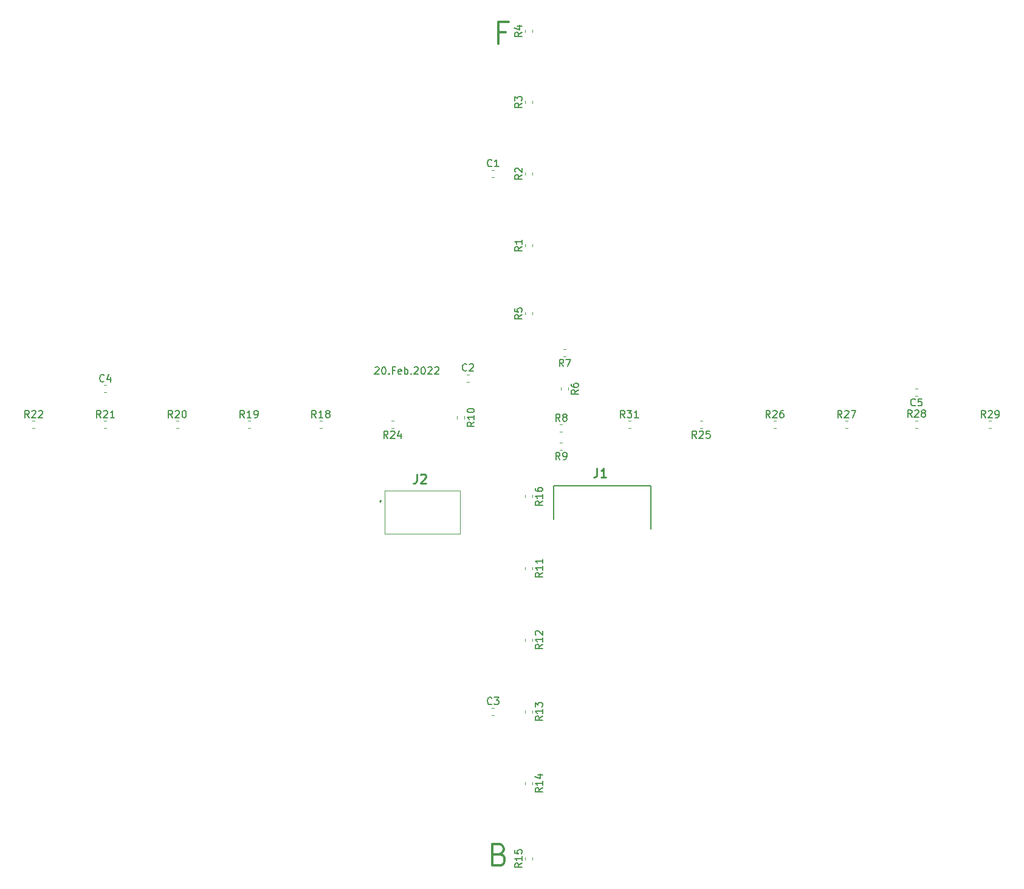
<source format=gto>
G04 #@! TF.GenerationSoftware,KiCad,Pcbnew,(6.0.1)*
G04 #@! TF.CreationDate,2022-02-25T16:08:36+09:00*
G04 #@! TF.ProjectId,line_senser20220225,6c696e65-5f73-4656-9e73-657232303232,rev?*
G04 #@! TF.SameCoordinates,PX17d7840PYb06e040*
G04 #@! TF.FileFunction,Legend,Top*
G04 #@! TF.FilePolarity,Positive*
%FSLAX46Y46*%
G04 Gerber Fmt 4.6, Leading zero omitted, Abs format (unit mm)*
G04 Created by KiCad (PCBNEW (6.0.1)) date 2022-02-25 16:08:36*
%MOMM*%
%LPD*%
G01*
G04 APERTURE LIST*
%ADD10C,0.300000*%
%ADD11C,0.150000*%
%ADD12C,0.254000*%
%ADD13C,0.120000*%
%ADD14C,0.200000*%
%ADD15C,0.100000*%
G04 APERTURE END LIST*
D10*
X79228571Y127214286D02*
X78228571Y127214286D01*
X78228571Y125642858D02*
X78228571Y128642858D01*
X79657142Y128642858D01*
X78414285Y12614286D02*
X78842857Y12471429D01*
X78985714Y12328572D01*
X79128571Y12042858D01*
X79128571Y11614286D01*
X78985714Y11328572D01*
X78842857Y11185715D01*
X78557142Y11042858D01*
X77414285Y11042858D01*
X77414285Y14042858D01*
X78414285Y14042858D01*
X78700000Y13900000D01*
X78842857Y13757143D01*
X78985714Y13471429D01*
X78985714Y13185715D01*
X78842857Y12900000D01*
X78700000Y12757143D01*
X78414285Y12614286D01*
X77414285Y12614286D01*
D11*
X61047619Y80452381D02*
X61095238Y80500000D01*
X61190476Y80547620D01*
X61428571Y80547620D01*
X61523809Y80500000D01*
X61571428Y80452381D01*
X61619047Y80357143D01*
X61619047Y80261905D01*
X61571428Y80119048D01*
X61000000Y79547620D01*
X61619047Y79547620D01*
X62238095Y80547620D02*
X62333333Y80547620D01*
X62428571Y80500000D01*
X62476190Y80452381D01*
X62523809Y80357143D01*
X62571428Y80166667D01*
X62571428Y79928572D01*
X62523809Y79738096D01*
X62476190Y79642858D01*
X62428571Y79595239D01*
X62333333Y79547620D01*
X62238095Y79547620D01*
X62142857Y79595239D01*
X62095238Y79642858D01*
X62047619Y79738096D01*
X62000000Y79928572D01*
X62000000Y80166667D01*
X62047619Y80357143D01*
X62095238Y80452381D01*
X62142857Y80500000D01*
X62238095Y80547620D01*
X63000000Y79642858D02*
X63047619Y79595239D01*
X63000000Y79547620D01*
X62952380Y79595239D01*
X63000000Y79642858D01*
X63000000Y79547620D01*
X63809523Y80071429D02*
X63476190Y80071429D01*
X63476190Y79547620D02*
X63476190Y80547620D01*
X63952380Y80547620D01*
X64714285Y79595239D02*
X64619047Y79547620D01*
X64428571Y79547620D01*
X64333333Y79595239D01*
X64285714Y79690477D01*
X64285714Y80071429D01*
X64333333Y80166667D01*
X64428571Y80214286D01*
X64619047Y80214286D01*
X64714285Y80166667D01*
X64761904Y80071429D01*
X64761904Y79976191D01*
X64285714Y79880953D01*
X65190476Y79547620D02*
X65190476Y80547620D01*
X65190476Y80166667D02*
X65285714Y80214286D01*
X65476190Y80214286D01*
X65571428Y80166667D01*
X65619047Y80119048D01*
X65666666Y80023810D01*
X65666666Y79738096D01*
X65619047Y79642858D01*
X65571428Y79595239D01*
X65476190Y79547620D01*
X65285714Y79547620D01*
X65190476Y79595239D01*
X66095238Y79642858D02*
X66142857Y79595239D01*
X66095238Y79547620D01*
X66047619Y79595239D01*
X66095238Y79642858D01*
X66095238Y79547620D01*
X66523809Y80452381D02*
X66571428Y80500000D01*
X66666666Y80547620D01*
X66904761Y80547620D01*
X67000000Y80500000D01*
X67047619Y80452381D01*
X67095238Y80357143D01*
X67095238Y80261905D01*
X67047619Y80119048D01*
X66476190Y79547620D01*
X67095238Y79547620D01*
X67714285Y80547620D02*
X67809523Y80547620D01*
X67904761Y80500000D01*
X67952380Y80452381D01*
X68000000Y80357143D01*
X68047619Y80166667D01*
X68047619Y79928572D01*
X68000000Y79738096D01*
X67952380Y79642858D01*
X67904761Y79595239D01*
X67809523Y79547620D01*
X67714285Y79547620D01*
X67619047Y79595239D01*
X67571428Y79642858D01*
X67523809Y79738096D01*
X67476190Y79928572D01*
X67476190Y80166667D01*
X67523809Y80357143D01*
X67571428Y80452381D01*
X67619047Y80500000D01*
X67714285Y80547620D01*
X68428571Y80452381D02*
X68476190Y80500000D01*
X68571428Y80547620D01*
X68809523Y80547620D01*
X68904761Y80500000D01*
X68952380Y80452381D01*
X69000000Y80357143D01*
X69000000Y80261905D01*
X68952380Y80119048D01*
X68380952Y79547620D01*
X69000000Y79547620D01*
X69380952Y80452381D02*
X69428571Y80500000D01*
X69523809Y80547620D01*
X69761904Y80547620D01*
X69857142Y80500000D01*
X69904761Y80452381D01*
X69952380Y80357143D01*
X69952380Y80261905D01*
X69904761Y80119048D01*
X69333333Y79547620D01*
X69952380Y79547620D01*
X73833333Y80072858D02*
X73785714Y80025239D01*
X73642857Y79977620D01*
X73547619Y79977620D01*
X73404761Y80025239D01*
X73309523Y80120477D01*
X73261904Y80215715D01*
X73214285Y80406191D01*
X73214285Y80549048D01*
X73261904Y80739524D01*
X73309523Y80834762D01*
X73404761Y80930000D01*
X73547619Y80977620D01*
X73642857Y80977620D01*
X73785714Y80930000D01*
X73833333Y80882381D01*
X74214285Y80882381D02*
X74261904Y80930000D01*
X74357142Y80977620D01*
X74595238Y80977620D01*
X74690476Y80930000D01*
X74738095Y80882381D01*
X74785714Y80787143D01*
X74785714Y80691905D01*
X74738095Y80549048D01*
X74166666Y79977620D01*
X74785714Y79977620D01*
X77333333Y108572858D02*
X77285714Y108525239D01*
X77142857Y108477620D01*
X77047619Y108477620D01*
X76904761Y108525239D01*
X76809523Y108620477D01*
X76761904Y108715715D01*
X76714285Y108906191D01*
X76714285Y109049048D01*
X76761904Y109239524D01*
X76809523Y109334762D01*
X76904761Y109430000D01*
X77047619Y109477620D01*
X77142857Y109477620D01*
X77285714Y109430000D01*
X77333333Y109382381D01*
X78285714Y108477620D02*
X77714285Y108477620D01*
X78000000Y108477620D02*
X78000000Y109477620D01*
X77904761Y109334762D01*
X77809523Y109239524D01*
X77714285Y109191905D01*
X77333333Y33572858D02*
X77285714Y33525239D01*
X77142857Y33477620D01*
X77047619Y33477620D01*
X76904761Y33525239D01*
X76809523Y33620477D01*
X76761904Y33715715D01*
X76714285Y33906191D01*
X76714285Y34049048D01*
X76761904Y34239524D01*
X76809523Y34334762D01*
X76904761Y34430000D01*
X77047619Y34477620D01*
X77142857Y34477620D01*
X77285714Y34430000D01*
X77333333Y34382381D01*
X77666666Y34477620D02*
X78285714Y34477620D01*
X77952380Y34096667D01*
X78095238Y34096667D01*
X78190476Y34049048D01*
X78238095Y34001429D01*
X78285714Y33906191D01*
X78285714Y33668096D01*
X78238095Y33572858D01*
X78190476Y33525239D01*
X78095238Y33477620D01*
X77809523Y33477620D01*
X77714285Y33525239D01*
X77666666Y33572858D01*
X23333333Y78572858D02*
X23285714Y78525239D01*
X23142857Y78477620D01*
X23047619Y78477620D01*
X22904761Y78525239D01*
X22809523Y78620477D01*
X22761904Y78715715D01*
X22714285Y78906191D01*
X22714285Y79049048D01*
X22761904Y79239524D01*
X22809523Y79334762D01*
X22904761Y79430000D01*
X23047619Y79477620D01*
X23142857Y79477620D01*
X23285714Y79430000D01*
X23333333Y79382381D01*
X24190476Y79144286D02*
X24190476Y78477620D01*
X23952380Y79525239D02*
X23714285Y78810953D01*
X24333333Y78810953D01*
X136333333Y75212858D02*
X136285714Y75165239D01*
X136142857Y75117620D01*
X136047619Y75117620D01*
X135904761Y75165239D01*
X135809523Y75260477D01*
X135761904Y75355715D01*
X135714285Y75546191D01*
X135714285Y75689048D01*
X135761904Y75879524D01*
X135809523Y75974762D01*
X135904761Y76070000D01*
X136047619Y76117620D01*
X136142857Y76117620D01*
X136285714Y76070000D01*
X136333333Y76022381D01*
X137238095Y76117620D02*
X136761904Y76117620D01*
X136714285Y75641429D01*
X136761904Y75689048D01*
X136857142Y75736667D01*
X137095238Y75736667D01*
X137190476Y75689048D01*
X137238095Y75641429D01*
X137285714Y75546191D01*
X137285714Y75308096D01*
X137238095Y75212858D01*
X137190476Y75165239D01*
X137095238Y75117620D01*
X136857142Y75117620D01*
X136761904Y75165239D01*
X136714285Y75212858D01*
D12*
X91986413Y66419438D02*
X91986413Y65512295D01*
X91925937Y65330866D01*
X91804985Y65209914D01*
X91623556Y65149438D01*
X91502604Y65149438D01*
X93256413Y65149438D02*
X92530699Y65149438D01*
X92893556Y65149438D02*
X92893556Y66419438D01*
X92772604Y66238009D01*
X92651651Y66117057D01*
X92530699Y66056581D01*
X66886666Y65620477D02*
X66886666Y64713334D01*
X66826190Y64531905D01*
X66705238Y64410953D01*
X66523809Y64350477D01*
X66402857Y64350477D01*
X67430952Y65499524D02*
X67491428Y65560000D01*
X67612380Y65620477D01*
X67914761Y65620477D01*
X68035714Y65560000D01*
X68096190Y65499524D01*
X68156666Y65378572D01*
X68156666Y65257620D01*
X68096190Y65076191D01*
X67370476Y64350477D01*
X68156666Y64350477D01*
D11*
X89382380Y77333334D02*
X88906190Y77000000D01*
X89382380Y76761905D02*
X88382380Y76761905D01*
X88382380Y77142858D01*
X88430000Y77238096D01*
X88477619Y77285715D01*
X88572857Y77333334D01*
X88715714Y77333334D01*
X88810952Y77285715D01*
X88858571Y77238096D01*
X88906190Y77142858D01*
X88906190Y76761905D01*
X88382380Y78190477D02*
X88382380Y78000000D01*
X88430000Y77904762D01*
X88477619Y77857143D01*
X88620476Y77761905D01*
X88810952Y77714286D01*
X89191904Y77714286D01*
X89287142Y77761905D01*
X89334761Y77809524D01*
X89382380Y77904762D01*
X89382380Y78095239D01*
X89334761Y78190477D01*
X89287142Y78238096D01*
X89191904Y78285715D01*
X88953809Y78285715D01*
X88858571Y78238096D01*
X88810952Y78190477D01*
X88763333Y78095239D01*
X88763333Y77904762D01*
X88810952Y77809524D01*
X88858571Y77761905D01*
X88953809Y77714286D01*
X87333333Y80617620D02*
X87000000Y81093810D01*
X86761904Y80617620D02*
X86761904Y81617620D01*
X87142857Y81617620D01*
X87238095Y81570000D01*
X87285714Y81522381D01*
X87333333Y81427143D01*
X87333333Y81284286D01*
X87285714Y81189048D01*
X87238095Y81141429D01*
X87142857Y81093810D01*
X86761904Y81093810D01*
X87666666Y81617620D02*
X88333333Y81617620D01*
X87904761Y80617620D01*
X81522380Y127208334D02*
X81046190Y126875000D01*
X81522380Y126636905D02*
X80522380Y126636905D01*
X80522380Y127017858D01*
X80570000Y127113096D01*
X80617619Y127160715D01*
X80712857Y127208334D01*
X80855714Y127208334D01*
X80950952Y127160715D01*
X80998571Y127113096D01*
X81046190Y127017858D01*
X81046190Y126636905D01*
X80855714Y128065477D02*
X81522380Y128065477D01*
X80474761Y127827381D02*
X81189047Y127589286D01*
X81189047Y128208334D01*
X86833333Y72977620D02*
X86500000Y73453810D01*
X86261904Y72977620D02*
X86261904Y73977620D01*
X86642857Y73977620D01*
X86738095Y73930000D01*
X86785714Y73882381D01*
X86833333Y73787143D01*
X86833333Y73644286D01*
X86785714Y73549048D01*
X86738095Y73501429D01*
X86642857Y73453810D01*
X86261904Y73453810D01*
X87404761Y73549048D02*
X87309523Y73596667D01*
X87261904Y73644286D01*
X87214285Y73739524D01*
X87214285Y73787143D01*
X87261904Y73882381D01*
X87309523Y73930000D01*
X87404761Y73977620D01*
X87595238Y73977620D01*
X87690476Y73930000D01*
X87738095Y73882381D01*
X87785714Y73787143D01*
X87785714Y73739524D01*
X87738095Y73644286D01*
X87690476Y73596667D01*
X87595238Y73549048D01*
X87404761Y73549048D01*
X87309523Y73501429D01*
X87261904Y73453810D01*
X87214285Y73358572D01*
X87214285Y73168096D01*
X87261904Y73072858D01*
X87309523Y73025239D01*
X87404761Y72977620D01*
X87595238Y72977620D01*
X87690476Y73025239D01*
X87738095Y73072858D01*
X87785714Y73168096D01*
X87785714Y73358572D01*
X87738095Y73453810D01*
X87690476Y73501429D01*
X87595238Y73549048D01*
X95857142Y73477620D02*
X95523809Y73953810D01*
X95285714Y73477620D02*
X95285714Y74477620D01*
X95666666Y74477620D01*
X95761904Y74430000D01*
X95809523Y74382381D01*
X95857142Y74287143D01*
X95857142Y74144286D01*
X95809523Y74049048D01*
X95761904Y74001429D01*
X95666666Y73953810D01*
X95285714Y73953810D01*
X96190476Y74477620D02*
X96809523Y74477620D01*
X96476190Y74096667D01*
X96619047Y74096667D01*
X96714285Y74049048D01*
X96761904Y74001429D01*
X96809523Y73906191D01*
X96809523Y73668096D01*
X96761904Y73572858D01*
X96714285Y73525239D01*
X96619047Y73477620D01*
X96333333Y73477620D01*
X96238095Y73525239D01*
X96190476Y73572858D01*
X97761904Y73477620D02*
X97190476Y73477620D01*
X97476190Y73477620D02*
X97476190Y74477620D01*
X97380952Y74334762D01*
X97285714Y74239524D01*
X97190476Y74191905D01*
X86833333Y67617620D02*
X86500000Y68093810D01*
X86261904Y67617620D02*
X86261904Y68617620D01*
X86642857Y68617620D01*
X86738095Y68570000D01*
X86785714Y68522381D01*
X86833333Y68427143D01*
X86833333Y68284286D01*
X86785714Y68189048D01*
X86738095Y68141429D01*
X86642857Y68093810D01*
X86261904Y68093810D01*
X87309523Y67617620D02*
X87500000Y67617620D01*
X87595238Y67665239D01*
X87642857Y67712858D01*
X87738095Y67855715D01*
X87785714Y68046191D01*
X87785714Y68427143D01*
X87738095Y68522381D01*
X87690476Y68570000D01*
X87595238Y68617620D01*
X87404761Y68617620D01*
X87309523Y68570000D01*
X87261904Y68522381D01*
X87214285Y68427143D01*
X87214285Y68189048D01*
X87261904Y68093810D01*
X87309523Y68046191D01*
X87404761Y67998572D01*
X87595238Y67998572D01*
X87690476Y68046191D01*
X87738095Y68093810D01*
X87785714Y68189048D01*
X84382380Y61857143D02*
X83906190Y61523810D01*
X84382380Y61285715D02*
X83382380Y61285715D01*
X83382380Y61666667D01*
X83430000Y61761905D01*
X83477619Y61809524D01*
X83572857Y61857143D01*
X83715714Y61857143D01*
X83810952Y61809524D01*
X83858571Y61761905D01*
X83906190Y61666667D01*
X83906190Y61285715D01*
X84382380Y62809524D02*
X84382380Y62238096D01*
X84382380Y62523810D02*
X83382380Y62523810D01*
X83525238Y62428572D01*
X83620476Y62333334D01*
X83668095Y62238096D01*
X83382380Y63666667D02*
X83382380Y63476191D01*
X83430000Y63380953D01*
X83477619Y63333334D01*
X83620476Y63238096D01*
X83810952Y63190477D01*
X84191904Y63190477D01*
X84287142Y63238096D01*
X84334761Y63285715D01*
X84382380Y63380953D01*
X84382380Y63571429D01*
X84334761Y63666667D01*
X84287142Y63714286D01*
X84191904Y63761905D01*
X83953809Y63761905D01*
X83858571Y63714286D01*
X83810952Y63666667D01*
X83763333Y63571429D01*
X83763333Y63380953D01*
X83810952Y63285715D01*
X83858571Y63238096D01*
X83953809Y63190477D01*
X74882380Y72857143D02*
X74406190Y72523810D01*
X74882380Y72285715D02*
X73882380Y72285715D01*
X73882380Y72666667D01*
X73930000Y72761905D01*
X73977619Y72809524D01*
X74072857Y72857143D01*
X74215714Y72857143D01*
X74310952Y72809524D01*
X74358571Y72761905D01*
X74406190Y72666667D01*
X74406190Y72285715D01*
X74882380Y73809524D02*
X74882380Y73238096D01*
X74882380Y73523810D02*
X73882380Y73523810D01*
X74025238Y73428572D01*
X74120476Y73333334D01*
X74168095Y73238096D01*
X73882380Y74428572D02*
X73882380Y74523810D01*
X73930000Y74619048D01*
X73977619Y74666667D01*
X74072857Y74714286D01*
X74263333Y74761905D01*
X74501428Y74761905D01*
X74691904Y74714286D01*
X74787142Y74666667D01*
X74834761Y74619048D01*
X74882380Y74523810D01*
X74882380Y74428572D01*
X74834761Y74333334D01*
X74787142Y74285715D01*
X74691904Y74238096D01*
X74501428Y74190477D01*
X74263333Y74190477D01*
X74072857Y74238096D01*
X73977619Y74285715D01*
X73930000Y74333334D01*
X73882380Y74428572D01*
X62857142Y70617620D02*
X62523809Y71093810D01*
X62285714Y70617620D02*
X62285714Y71617620D01*
X62666666Y71617620D01*
X62761904Y71570000D01*
X62809523Y71522381D01*
X62857142Y71427143D01*
X62857142Y71284286D01*
X62809523Y71189048D01*
X62761904Y71141429D01*
X62666666Y71093810D01*
X62285714Y71093810D01*
X63238095Y71522381D02*
X63285714Y71570000D01*
X63380952Y71617620D01*
X63619047Y71617620D01*
X63714285Y71570000D01*
X63761904Y71522381D01*
X63809523Y71427143D01*
X63809523Y71331905D01*
X63761904Y71189048D01*
X63190476Y70617620D01*
X63809523Y70617620D01*
X64666666Y71284286D02*
X64666666Y70617620D01*
X64428571Y71665239D02*
X64190476Y70950953D01*
X64809523Y70950953D01*
X81522380Y97333334D02*
X81046190Y97000000D01*
X81522380Y96761905D02*
X80522380Y96761905D01*
X80522380Y97142858D01*
X80570000Y97238096D01*
X80617619Y97285715D01*
X80712857Y97333334D01*
X80855714Y97333334D01*
X80950952Y97285715D01*
X80998571Y97238096D01*
X81046190Y97142858D01*
X81046190Y96761905D01*
X81522380Y98285715D02*
X81522380Y97714286D01*
X81522380Y98000000D02*
X80522380Y98000000D01*
X80665238Y97904762D01*
X80760476Y97809524D01*
X80808095Y97714286D01*
X81522380Y107333334D02*
X81046190Y107000000D01*
X81522380Y106761905D02*
X80522380Y106761905D01*
X80522380Y107142858D01*
X80570000Y107238096D01*
X80617619Y107285715D01*
X80712857Y107333334D01*
X80855714Y107333334D01*
X80950952Y107285715D01*
X80998571Y107238096D01*
X81046190Y107142858D01*
X81046190Y106761905D01*
X80617619Y107714286D02*
X80570000Y107761905D01*
X80522380Y107857143D01*
X80522380Y108095239D01*
X80570000Y108190477D01*
X80617619Y108238096D01*
X80712857Y108285715D01*
X80808095Y108285715D01*
X80950952Y108238096D01*
X81522380Y107666667D01*
X81522380Y108285715D01*
X81522380Y117333334D02*
X81046190Y117000000D01*
X81522380Y116761905D02*
X80522380Y116761905D01*
X80522380Y117142858D01*
X80570000Y117238096D01*
X80617619Y117285715D01*
X80712857Y117333334D01*
X80855714Y117333334D01*
X80950952Y117285715D01*
X80998571Y117238096D01*
X81046190Y117142858D01*
X81046190Y116761905D01*
X80522380Y117666667D02*
X80522380Y118285715D01*
X80903333Y117952381D01*
X80903333Y118095239D01*
X80950952Y118190477D01*
X80998571Y118238096D01*
X81093809Y118285715D01*
X81331904Y118285715D01*
X81427142Y118238096D01*
X81474761Y118190477D01*
X81522380Y118095239D01*
X81522380Y117809524D01*
X81474761Y117714286D01*
X81427142Y117666667D01*
X84382380Y51857143D02*
X83906190Y51523810D01*
X84382380Y51285715D02*
X83382380Y51285715D01*
X83382380Y51666667D01*
X83430000Y51761905D01*
X83477619Y51809524D01*
X83572857Y51857143D01*
X83715714Y51857143D01*
X83810952Y51809524D01*
X83858571Y51761905D01*
X83906190Y51666667D01*
X83906190Y51285715D01*
X84382380Y52809524D02*
X84382380Y52238096D01*
X84382380Y52523810D02*
X83382380Y52523810D01*
X83525238Y52428572D01*
X83620476Y52333334D01*
X83668095Y52238096D01*
X84382380Y53761905D02*
X84382380Y53190477D01*
X84382380Y53476191D02*
X83382380Y53476191D01*
X83525238Y53380953D01*
X83620476Y53285715D01*
X83668095Y53190477D01*
X84382380Y41857143D02*
X83906190Y41523810D01*
X84382380Y41285715D02*
X83382380Y41285715D01*
X83382380Y41666667D01*
X83430000Y41761905D01*
X83477619Y41809524D01*
X83572857Y41857143D01*
X83715714Y41857143D01*
X83810952Y41809524D01*
X83858571Y41761905D01*
X83906190Y41666667D01*
X83906190Y41285715D01*
X84382380Y42809524D02*
X84382380Y42238096D01*
X84382380Y42523810D02*
X83382380Y42523810D01*
X83525238Y42428572D01*
X83620476Y42333334D01*
X83668095Y42238096D01*
X83477619Y43190477D02*
X83430000Y43238096D01*
X83382380Y43333334D01*
X83382380Y43571429D01*
X83430000Y43666667D01*
X83477619Y43714286D01*
X83572857Y43761905D01*
X83668095Y43761905D01*
X83810952Y43714286D01*
X84382380Y43142858D01*
X84382380Y43761905D01*
X84382380Y31857143D02*
X83906190Y31523810D01*
X84382380Y31285715D02*
X83382380Y31285715D01*
X83382380Y31666667D01*
X83430000Y31761905D01*
X83477619Y31809524D01*
X83572857Y31857143D01*
X83715714Y31857143D01*
X83810952Y31809524D01*
X83858571Y31761905D01*
X83906190Y31666667D01*
X83906190Y31285715D01*
X84382380Y32809524D02*
X84382380Y32238096D01*
X84382380Y32523810D02*
X83382380Y32523810D01*
X83525238Y32428572D01*
X83620476Y32333334D01*
X83668095Y32238096D01*
X83382380Y33142858D02*
X83382380Y33761905D01*
X83763333Y33428572D01*
X83763333Y33571429D01*
X83810952Y33666667D01*
X83858571Y33714286D01*
X83953809Y33761905D01*
X84191904Y33761905D01*
X84287142Y33714286D01*
X84334761Y33666667D01*
X84382380Y33571429D01*
X84382380Y33285715D01*
X84334761Y33190477D01*
X84287142Y33142858D01*
X84382380Y21857143D02*
X83906190Y21523810D01*
X84382380Y21285715D02*
X83382380Y21285715D01*
X83382380Y21666667D01*
X83430000Y21761905D01*
X83477619Y21809524D01*
X83572857Y21857143D01*
X83715714Y21857143D01*
X83810952Y21809524D01*
X83858571Y21761905D01*
X83906190Y21666667D01*
X83906190Y21285715D01*
X84382380Y22809524D02*
X84382380Y22238096D01*
X84382380Y22523810D02*
X83382380Y22523810D01*
X83525238Y22428572D01*
X83620476Y22333334D01*
X83668095Y22238096D01*
X83715714Y23666667D02*
X84382380Y23666667D01*
X83334761Y23428572D02*
X84049047Y23190477D01*
X84049047Y23809524D01*
X81522380Y11357143D02*
X81046190Y11023810D01*
X81522380Y10785715D02*
X80522380Y10785715D01*
X80522380Y11166667D01*
X80570000Y11261905D01*
X80617619Y11309524D01*
X80712857Y11357143D01*
X80855714Y11357143D01*
X80950952Y11309524D01*
X80998571Y11261905D01*
X81046190Y11166667D01*
X81046190Y10785715D01*
X81522380Y12309524D02*
X81522380Y11738096D01*
X81522380Y12023810D02*
X80522380Y12023810D01*
X80665238Y11928572D01*
X80760476Y11833334D01*
X80808095Y11738096D01*
X80522380Y13214286D02*
X80522380Y12738096D01*
X80998571Y12690477D01*
X80950952Y12738096D01*
X80903333Y12833334D01*
X80903333Y13071429D01*
X80950952Y13166667D01*
X80998571Y13214286D01*
X81093809Y13261905D01*
X81331904Y13261905D01*
X81427142Y13214286D01*
X81474761Y13166667D01*
X81522380Y13071429D01*
X81522380Y12833334D01*
X81474761Y12738096D01*
X81427142Y12690477D01*
X52857142Y73477620D02*
X52523809Y73953810D01*
X52285714Y73477620D02*
X52285714Y74477620D01*
X52666666Y74477620D01*
X52761904Y74430000D01*
X52809523Y74382381D01*
X52857142Y74287143D01*
X52857142Y74144286D01*
X52809523Y74049048D01*
X52761904Y74001429D01*
X52666666Y73953810D01*
X52285714Y73953810D01*
X53809523Y73477620D02*
X53238095Y73477620D01*
X53523809Y73477620D02*
X53523809Y74477620D01*
X53428571Y74334762D01*
X53333333Y74239524D01*
X53238095Y74191905D01*
X54380952Y74049048D02*
X54285714Y74096667D01*
X54238095Y74144286D01*
X54190476Y74239524D01*
X54190476Y74287143D01*
X54238095Y74382381D01*
X54285714Y74430000D01*
X54380952Y74477620D01*
X54571428Y74477620D01*
X54666666Y74430000D01*
X54714285Y74382381D01*
X54761904Y74287143D01*
X54761904Y74239524D01*
X54714285Y74144286D01*
X54666666Y74096667D01*
X54571428Y74049048D01*
X54380952Y74049048D01*
X54285714Y74001429D01*
X54238095Y73953810D01*
X54190476Y73858572D01*
X54190476Y73668096D01*
X54238095Y73572858D01*
X54285714Y73525239D01*
X54380952Y73477620D01*
X54571428Y73477620D01*
X54666666Y73525239D01*
X54714285Y73572858D01*
X54761904Y73668096D01*
X54761904Y73858572D01*
X54714285Y73953810D01*
X54666666Y74001429D01*
X54571428Y74049048D01*
X42857142Y73477620D02*
X42523809Y73953810D01*
X42285714Y73477620D02*
X42285714Y74477620D01*
X42666666Y74477620D01*
X42761904Y74430000D01*
X42809523Y74382381D01*
X42857142Y74287143D01*
X42857142Y74144286D01*
X42809523Y74049048D01*
X42761904Y74001429D01*
X42666666Y73953810D01*
X42285714Y73953810D01*
X43809523Y73477620D02*
X43238095Y73477620D01*
X43523809Y73477620D02*
X43523809Y74477620D01*
X43428571Y74334762D01*
X43333333Y74239524D01*
X43238095Y74191905D01*
X44285714Y73477620D02*
X44476190Y73477620D01*
X44571428Y73525239D01*
X44619047Y73572858D01*
X44714285Y73715715D01*
X44761904Y73906191D01*
X44761904Y74287143D01*
X44714285Y74382381D01*
X44666666Y74430000D01*
X44571428Y74477620D01*
X44380952Y74477620D01*
X44285714Y74430000D01*
X44238095Y74382381D01*
X44190476Y74287143D01*
X44190476Y74049048D01*
X44238095Y73953810D01*
X44285714Y73906191D01*
X44380952Y73858572D01*
X44571428Y73858572D01*
X44666666Y73906191D01*
X44714285Y73953810D01*
X44761904Y74049048D01*
X32857142Y73477620D02*
X32523809Y73953810D01*
X32285714Y73477620D02*
X32285714Y74477620D01*
X32666666Y74477620D01*
X32761904Y74430000D01*
X32809523Y74382381D01*
X32857142Y74287143D01*
X32857142Y74144286D01*
X32809523Y74049048D01*
X32761904Y74001429D01*
X32666666Y73953810D01*
X32285714Y73953810D01*
X33238095Y74382381D02*
X33285714Y74430000D01*
X33380952Y74477620D01*
X33619047Y74477620D01*
X33714285Y74430000D01*
X33761904Y74382381D01*
X33809523Y74287143D01*
X33809523Y74191905D01*
X33761904Y74049048D01*
X33190476Y73477620D01*
X33809523Y73477620D01*
X34428571Y74477620D02*
X34523809Y74477620D01*
X34619047Y74430000D01*
X34666666Y74382381D01*
X34714285Y74287143D01*
X34761904Y74096667D01*
X34761904Y73858572D01*
X34714285Y73668096D01*
X34666666Y73572858D01*
X34619047Y73525239D01*
X34523809Y73477620D01*
X34428571Y73477620D01*
X34333333Y73525239D01*
X34285714Y73572858D01*
X34238095Y73668096D01*
X34190476Y73858572D01*
X34190476Y74096667D01*
X34238095Y74287143D01*
X34285714Y74382381D01*
X34333333Y74430000D01*
X34428571Y74477620D01*
X22857142Y73477620D02*
X22523809Y73953810D01*
X22285714Y73477620D02*
X22285714Y74477620D01*
X22666666Y74477620D01*
X22761904Y74430000D01*
X22809523Y74382381D01*
X22857142Y74287143D01*
X22857142Y74144286D01*
X22809523Y74049048D01*
X22761904Y74001429D01*
X22666666Y73953810D01*
X22285714Y73953810D01*
X23238095Y74382381D02*
X23285714Y74430000D01*
X23380952Y74477620D01*
X23619047Y74477620D01*
X23714285Y74430000D01*
X23761904Y74382381D01*
X23809523Y74287143D01*
X23809523Y74191905D01*
X23761904Y74049048D01*
X23190476Y73477620D01*
X23809523Y73477620D01*
X24761904Y73477620D02*
X24190476Y73477620D01*
X24476190Y73477620D02*
X24476190Y74477620D01*
X24380952Y74334762D01*
X24285714Y74239524D01*
X24190476Y74191905D01*
X12857142Y73477620D02*
X12523809Y73953810D01*
X12285714Y73477620D02*
X12285714Y74477620D01*
X12666666Y74477620D01*
X12761904Y74430000D01*
X12809523Y74382381D01*
X12857142Y74287143D01*
X12857142Y74144286D01*
X12809523Y74049048D01*
X12761904Y74001429D01*
X12666666Y73953810D01*
X12285714Y73953810D01*
X13238095Y74382381D02*
X13285714Y74430000D01*
X13380952Y74477620D01*
X13619047Y74477620D01*
X13714285Y74430000D01*
X13761904Y74382381D01*
X13809523Y74287143D01*
X13809523Y74191905D01*
X13761904Y74049048D01*
X13190476Y73477620D01*
X13809523Y73477620D01*
X14190476Y74382381D02*
X14238095Y74430000D01*
X14333333Y74477620D01*
X14571428Y74477620D01*
X14666666Y74430000D01*
X14714285Y74382381D01*
X14761904Y74287143D01*
X14761904Y74191905D01*
X14714285Y74049048D01*
X14142857Y73477620D01*
X14761904Y73477620D01*
X105857142Y70617620D02*
X105523809Y71093810D01*
X105285714Y70617620D02*
X105285714Y71617620D01*
X105666666Y71617620D01*
X105761904Y71570000D01*
X105809523Y71522381D01*
X105857142Y71427143D01*
X105857142Y71284286D01*
X105809523Y71189048D01*
X105761904Y71141429D01*
X105666666Y71093810D01*
X105285714Y71093810D01*
X106238095Y71522381D02*
X106285714Y71570000D01*
X106380952Y71617620D01*
X106619047Y71617620D01*
X106714285Y71570000D01*
X106761904Y71522381D01*
X106809523Y71427143D01*
X106809523Y71331905D01*
X106761904Y71189048D01*
X106190476Y70617620D01*
X106809523Y70617620D01*
X107714285Y71617620D02*
X107238095Y71617620D01*
X107190476Y71141429D01*
X107238095Y71189048D01*
X107333333Y71236667D01*
X107571428Y71236667D01*
X107666666Y71189048D01*
X107714285Y71141429D01*
X107761904Y71046191D01*
X107761904Y70808096D01*
X107714285Y70712858D01*
X107666666Y70665239D01*
X107571428Y70617620D01*
X107333333Y70617620D01*
X107238095Y70665239D01*
X107190476Y70712858D01*
X116107142Y73477620D02*
X115773809Y73953810D01*
X115535714Y73477620D02*
X115535714Y74477620D01*
X115916666Y74477620D01*
X116011904Y74430000D01*
X116059523Y74382381D01*
X116107142Y74287143D01*
X116107142Y74144286D01*
X116059523Y74049048D01*
X116011904Y74001429D01*
X115916666Y73953810D01*
X115535714Y73953810D01*
X116488095Y74382381D02*
X116535714Y74430000D01*
X116630952Y74477620D01*
X116869047Y74477620D01*
X116964285Y74430000D01*
X117011904Y74382381D01*
X117059523Y74287143D01*
X117059523Y74191905D01*
X117011904Y74049048D01*
X116440476Y73477620D01*
X117059523Y73477620D01*
X117916666Y74477620D02*
X117726190Y74477620D01*
X117630952Y74430000D01*
X117583333Y74382381D01*
X117488095Y74239524D01*
X117440476Y74049048D01*
X117440476Y73668096D01*
X117488095Y73572858D01*
X117535714Y73525239D01*
X117630952Y73477620D01*
X117821428Y73477620D01*
X117916666Y73525239D01*
X117964285Y73572858D01*
X118011904Y73668096D01*
X118011904Y73906191D01*
X117964285Y74001429D01*
X117916666Y74049048D01*
X117821428Y74096667D01*
X117630952Y74096667D01*
X117535714Y74049048D01*
X117488095Y74001429D01*
X117440476Y73906191D01*
X126107142Y73477620D02*
X125773809Y73953810D01*
X125535714Y73477620D02*
X125535714Y74477620D01*
X125916666Y74477620D01*
X126011904Y74430000D01*
X126059523Y74382381D01*
X126107142Y74287143D01*
X126107142Y74144286D01*
X126059523Y74049048D01*
X126011904Y74001429D01*
X125916666Y73953810D01*
X125535714Y73953810D01*
X126488095Y74382381D02*
X126535714Y74430000D01*
X126630952Y74477620D01*
X126869047Y74477620D01*
X126964285Y74430000D01*
X127011904Y74382381D01*
X127059523Y74287143D01*
X127059523Y74191905D01*
X127011904Y74049048D01*
X126440476Y73477620D01*
X127059523Y73477620D01*
X127392857Y74477620D02*
X128059523Y74477620D01*
X127630952Y73477620D01*
X135857142Y73547620D02*
X135523809Y74023810D01*
X135285714Y73547620D02*
X135285714Y74547620D01*
X135666666Y74547620D01*
X135761904Y74500000D01*
X135809523Y74452381D01*
X135857142Y74357143D01*
X135857142Y74214286D01*
X135809523Y74119048D01*
X135761904Y74071429D01*
X135666666Y74023810D01*
X135285714Y74023810D01*
X136238095Y74452381D02*
X136285714Y74500000D01*
X136380952Y74547620D01*
X136619047Y74547620D01*
X136714285Y74500000D01*
X136761904Y74452381D01*
X136809523Y74357143D01*
X136809523Y74261905D01*
X136761904Y74119048D01*
X136190476Y73547620D01*
X136809523Y73547620D01*
X137380952Y74119048D02*
X137285714Y74166667D01*
X137238095Y74214286D01*
X137190476Y74309524D01*
X137190476Y74357143D01*
X137238095Y74452381D01*
X137285714Y74500000D01*
X137380952Y74547620D01*
X137571428Y74547620D01*
X137666666Y74500000D01*
X137714285Y74452381D01*
X137761904Y74357143D01*
X137761904Y74309524D01*
X137714285Y74214286D01*
X137666666Y74166667D01*
X137571428Y74119048D01*
X137380952Y74119048D01*
X137285714Y74071429D01*
X137238095Y74023810D01*
X137190476Y73928572D01*
X137190476Y73738096D01*
X137238095Y73642858D01*
X137285714Y73595239D01*
X137380952Y73547620D01*
X137571428Y73547620D01*
X137666666Y73595239D01*
X137714285Y73642858D01*
X137761904Y73738096D01*
X137761904Y73928572D01*
X137714285Y74023810D01*
X137666666Y74071429D01*
X137571428Y74119048D01*
X146107142Y73477620D02*
X145773809Y73953810D01*
X145535714Y73477620D02*
X145535714Y74477620D01*
X145916666Y74477620D01*
X146011904Y74430000D01*
X146059523Y74382381D01*
X146107142Y74287143D01*
X146107142Y74144286D01*
X146059523Y74049048D01*
X146011904Y74001429D01*
X145916666Y73953810D01*
X145535714Y73953810D01*
X146488095Y74382381D02*
X146535714Y74430000D01*
X146630952Y74477620D01*
X146869047Y74477620D01*
X146964285Y74430000D01*
X147011904Y74382381D01*
X147059523Y74287143D01*
X147059523Y74191905D01*
X147011904Y74049048D01*
X146440476Y73477620D01*
X147059523Y73477620D01*
X147535714Y73477620D02*
X147726190Y73477620D01*
X147821428Y73525239D01*
X147869047Y73572858D01*
X147964285Y73715715D01*
X148011904Y73906191D01*
X148011904Y74287143D01*
X147964285Y74382381D01*
X147916666Y74430000D01*
X147821428Y74477620D01*
X147630952Y74477620D01*
X147535714Y74430000D01*
X147488095Y74382381D01*
X147440476Y74287143D01*
X147440476Y74049048D01*
X147488095Y73953810D01*
X147535714Y73906191D01*
X147630952Y73858572D01*
X147821428Y73858572D01*
X147916666Y73906191D01*
X147964285Y73953810D01*
X148011904Y74049048D01*
X81522380Y87833334D02*
X81046190Y87500000D01*
X81522380Y87261905D02*
X80522380Y87261905D01*
X80522380Y87642858D01*
X80570000Y87738096D01*
X80617619Y87785715D01*
X80712857Y87833334D01*
X80855714Y87833334D01*
X80950952Y87785715D01*
X80998571Y87738096D01*
X81046190Y87642858D01*
X81046190Y87261905D01*
X80522380Y88738096D02*
X80522380Y88261905D01*
X80998571Y88214286D01*
X80950952Y88261905D01*
X80903333Y88357143D01*
X80903333Y88595239D01*
X80950952Y88690477D01*
X80998571Y88738096D01*
X81093809Y88785715D01*
X81331904Y88785715D01*
X81427142Y88738096D01*
X81474761Y88690477D01*
X81522380Y88595239D01*
X81522380Y88357143D01*
X81474761Y88261905D01*
X81427142Y88214286D01*
D13*
X73828733Y78490000D02*
X74171267Y78490000D01*
X73828733Y79510000D02*
X74171267Y79510000D01*
X77328733Y108010000D02*
X77671267Y108010000D01*
X77328733Y106990000D02*
X77671267Y106990000D01*
X77328733Y33010000D02*
X77671267Y33010000D01*
X77328733Y31990000D02*
X77671267Y31990000D01*
X23328733Y76990000D02*
X23671267Y76990000D01*
X23328733Y78010000D02*
X23671267Y78010000D01*
X136671267Y76490000D02*
X136328733Y76490000D01*
X136671267Y77510000D02*
X136328733Y77510000D01*
D14*
X99460000Y63960000D02*
X99460000Y57960000D01*
X85960000Y63960000D02*
X99460000Y63960000D01*
X85960000Y59360000D02*
X85960000Y63960000D01*
D15*
X62385000Y57325000D02*
X62385000Y63325000D01*
X72885000Y63325000D02*
X72885000Y57325000D01*
X62385000Y63325000D02*
X72885000Y63325000D01*
X72885000Y57325000D02*
X62385000Y57325000D01*
D14*
X61835000Y61925000D02*
X61835000Y61925000D01*
X61835000Y61725000D02*
X61835000Y61725000D01*
X61835000Y61725000D02*
G75*
G03*
X61835000Y61925000I0J100000D01*
G01*
X61835000Y61925000D02*
G75*
G03*
X61835000Y61725000I0J-100000D01*
G01*
D13*
X88010000Y77671267D02*
X88010000Y77328733D01*
X86990000Y77671267D02*
X86990000Y77328733D01*
X87671267Y83010000D02*
X87328733Y83010000D01*
X87671267Y81990000D02*
X87328733Y81990000D01*
X83010000Y127203733D02*
X83010000Y127546267D01*
X81990000Y127203733D02*
X81990000Y127546267D01*
X86828733Y71490000D02*
X87171267Y71490000D01*
X86828733Y72510000D02*
X87171267Y72510000D01*
X96328733Y73010000D02*
X96671267Y73010000D01*
X96328733Y71990000D02*
X96671267Y71990000D01*
X87171267Y70010000D02*
X86828733Y70010000D01*
X87171267Y68990000D02*
X86828733Y68990000D01*
X83010000Y62671267D02*
X83010000Y62328733D01*
X81990000Y62671267D02*
X81990000Y62328733D01*
X73510000Y73671267D02*
X73510000Y73328733D01*
X72490000Y73671267D02*
X72490000Y73328733D01*
X63671267Y71990000D02*
X63328733Y71990000D01*
X63671267Y73010000D02*
X63328733Y73010000D01*
X83010000Y97328733D02*
X83010000Y97671267D01*
X81990000Y97328733D02*
X81990000Y97671267D01*
X83010000Y107328733D02*
X83010000Y107671267D01*
X81990000Y107328733D02*
X81990000Y107671267D01*
X81990000Y117328733D02*
X81990000Y117671267D01*
X83010000Y117328733D02*
X83010000Y117671267D01*
X83010000Y52671267D02*
X83010000Y52328733D01*
X81990000Y52671267D02*
X81990000Y52328733D01*
X83010000Y42671267D02*
X83010000Y42328733D01*
X81990000Y42671267D02*
X81990000Y42328733D01*
X81990000Y32671267D02*
X81990000Y32328733D01*
X83010000Y32671267D02*
X83010000Y32328733D01*
X83010000Y22671267D02*
X83010000Y22328733D01*
X81990000Y22671267D02*
X81990000Y22328733D01*
X83010000Y11828733D02*
X83010000Y12171267D01*
X81990000Y11828733D02*
X81990000Y12171267D01*
X53328733Y73010000D02*
X53671267Y73010000D01*
X53328733Y71990000D02*
X53671267Y71990000D01*
X43328733Y71990000D02*
X43671267Y71990000D01*
X43328733Y73010000D02*
X43671267Y73010000D01*
X33328733Y73010000D02*
X33671267Y73010000D01*
X33328733Y71990000D02*
X33671267Y71990000D01*
X23328733Y71990000D02*
X23671267Y71990000D01*
X23328733Y73010000D02*
X23671267Y73010000D01*
X13328733Y71990000D02*
X13671267Y71990000D01*
X13328733Y73010000D02*
X13671267Y73010000D01*
X106671267Y71990000D02*
X106328733Y71990000D01*
X106671267Y73010000D02*
X106328733Y73010000D01*
X116578733Y71990000D02*
X116921267Y71990000D01*
X116578733Y73010000D02*
X116921267Y73010000D01*
X126578733Y73010000D02*
X126921267Y73010000D01*
X126578733Y71990000D02*
X126921267Y71990000D01*
X136328733Y71990000D02*
X136671267Y71990000D01*
X136328733Y73010000D02*
X136671267Y73010000D01*
X146578733Y73010000D02*
X146921267Y73010000D01*
X146578733Y71990000D02*
X146921267Y71990000D01*
X83010000Y87828733D02*
X83010000Y88171267D01*
X81990000Y87828733D02*
X81990000Y88171267D01*
M02*

</source>
